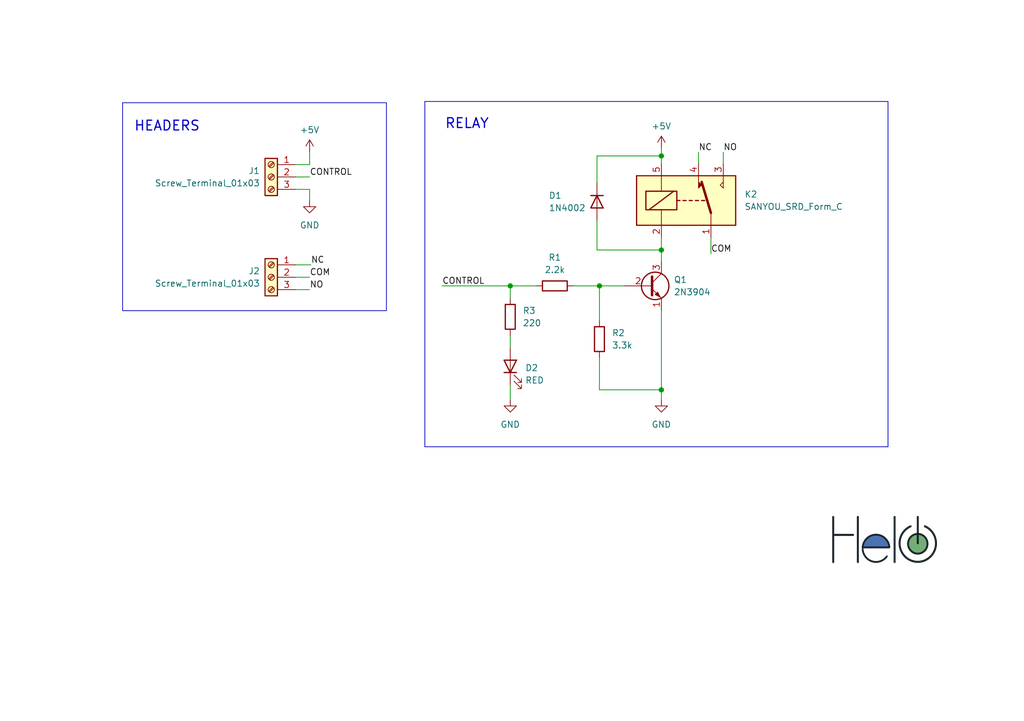
<source format=kicad_sch>
(kicad_sch (version 20230121) (generator eeschema)

  (uuid f6adfef9-5884-4a9c-a557-492c291920b5)

  (paper "A5")

  (title_block
    (title "Control Relay")
    (date "2025-11-29")
    (rev "V1.0.0")
    (company "Helo")
    (comment 1 "Autor: Juan José Londoño - M.Sc. | Ingeniero Biomédico")
  )

  (lib_symbols
    (symbol "Connector:Screw_Terminal_01x03" (pin_names (offset 1.016) hide) (in_bom yes) (on_board yes)
      (property "Reference" "J" (at 0 5.08 0)
        (effects (font (size 1.27 1.27)))
      )
      (property "Value" "Screw_Terminal_01x03" (at 0 -5.08 0)
        (effects (font (size 1.27 1.27)))
      )
      (property "Footprint" "" (at 0 0 0)
        (effects (font (size 1.27 1.27)) hide)
      )
      (property "Datasheet" "~" (at 0 0 0)
        (effects (font (size 1.27 1.27)) hide)
      )
      (property "ki_keywords" "screw terminal" (at 0 0 0)
        (effects (font (size 1.27 1.27)) hide)
      )
      (property "ki_description" "Generic screw terminal, single row, 01x03, script generated (kicad-library-utils/schlib/autogen/connector/)" (at 0 0 0)
        (effects (font (size 1.27 1.27)) hide)
      )
      (property "ki_fp_filters" "TerminalBlock*:*" (at 0 0 0)
        (effects (font (size 1.27 1.27)) hide)
      )
      (symbol "Screw_Terminal_01x03_1_1"
        (rectangle (start -1.27 3.81) (end 1.27 -3.81)
          (stroke (width 0.254) (type default))
          (fill (type background))
        )
        (circle (center 0 -2.54) (radius 0.635)
          (stroke (width 0.1524) (type default))
          (fill (type none))
        )
        (polyline
          (pts
            (xy -0.5334 -2.2098)
            (xy 0.3302 -3.048)
          )
          (stroke (width 0.1524) (type default))
          (fill (type none))
        )
        (polyline
          (pts
            (xy -0.5334 0.3302)
            (xy 0.3302 -0.508)
          )
          (stroke (width 0.1524) (type default))
          (fill (type none))
        )
        (polyline
          (pts
            (xy -0.5334 2.8702)
            (xy 0.3302 2.032)
          )
          (stroke (width 0.1524) (type default))
          (fill (type none))
        )
        (polyline
          (pts
            (xy -0.3556 -2.032)
            (xy 0.508 -2.8702)
          )
          (stroke (width 0.1524) (type default))
          (fill (type none))
        )
        (polyline
          (pts
            (xy -0.3556 0.508)
            (xy 0.508 -0.3302)
          )
          (stroke (width 0.1524) (type default))
          (fill (type none))
        )
        (polyline
          (pts
            (xy -0.3556 3.048)
            (xy 0.508 2.2098)
          )
          (stroke (width 0.1524) (type default))
          (fill (type none))
        )
        (circle (center 0 0) (radius 0.635)
          (stroke (width 0.1524) (type default))
          (fill (type none))
        )
        (circle (center 0 2.54) (radius 0.635)
          (stroke (width 0.1524) (type default))
          (fill (type none))
        )
        (pin passive line (at -5.08 2.54 0) (length 3.81)
          (name "Pin_1" (effects (font (size 1.27 1.27))))
          (number "1" (effects (font (size 1.27 1.27))))
        )
        (pin passive line (at -5.08 0 0) (length 3.81)
          (name "Pin_2" (effects (font (size 1.27 1.27))))
          (number "2" (effects (font (size 1.27 1.27))))
        )
        (pin passive line (at -5.08 -2.54 0) (length 3.81)
          (name "Pin_3" (effects (font (size 1.27 1.27))))
          (number "3" (effects (font (size 1.27 1.27))))
        )
      )
    )
    (symbol "Device:LED" (pin_numbers hide) (pin_names (offset 1.016) hide) (in_bom yes) (on_board yes)
      (property "Reference" "D" (at 0 2.54 0)
        (effects (font (size 1.27 1.27)))
      )
      (property "Value" "LED" (at 0 -2.54 0)
        (effects (font (size 1.27 1.27)))
      )
      (property "Footprint" "" (at 0 0 0)
        (effects (font (size 1.27 1.27)) hide)
      )
      (property "Datasheet" "~" (at 0 0 0)
        (effects (font (size 1.27 1.27)) hide)
      )
      (property "ki_keywords" "LED diode" (at 0 0 0)
        (effects (font (size 1.27 1.27)) hide)
      )
      (property "ki_description" "Light emitting diode" (at 0 0 0)
        (effects (font (size 1.27 1.27)) hide)
      )
      (property "ki_fp_filters" "LED* LED_SMD:* LED_THT:*" (at 0 0 0)
        (effects (font (size 1.27 1.27)) hide)
      )
      (symbol "LED_0_1"
        (polyline
          (pts
            (xy -1.27 -1.27)
            (xy -1.27 1.27)
          )
          (stroke (width 0.254) (type default))
          (fill (type none))
        )
        (polyline
          (pts
            (xy -1.27 0)
            (xy 1.27 0)
          )
          (stroke (width 0) (type default))
          (fill (type none))
        )
        (polyline
          (pts
            (xy 1.27 -1.27)
            (xy 1.27 1.27)
            (xy -1.27 0)
            (xy 1.27 -1.27)
          )
          (stroke (width 0.254) (type default))
          (fill (type none))
        )
        (polyline
          (pts
            (xy -3.048 -0.762)
            (xy -4.572 -2.286)
            (xy -3.81 -2.286)
            (xy -4.572 -2.286)
            (xy -4.572 -1.524)
          )
          (stroke (width 0) (type default))
          (fill (type none))
        )
        (polyline
          (pts
            (xy -1.778 -0.762)
            (xy -3.302 -2.286)
            (xy -2.54 -2.286)
            (xy -3.302 -2.286)
            (xy -3.302 -1.524)
          )
          (stroke (width 0) (type default))
          (fill (type none))
        )
      )
      (symbol "LED_1_1"
        (pin passive line (at -3.81 0 0) (length 2.54)
          (name "K" (effects (font (size 1.27 1.27))))
          (number "1" (effects (font (size 1.27 1.27))))
        )
        (pin passive line (at 3.81 0 180) (length 2.54)
          (name "A" (effects (font (size 1.27 1.27))))
          (number "2" (effects (font (size 1.27 1.27))))
        )
      )
    )
    (symbol "Device:R" (pin_numbers hide) (pin_names (offset 0)) (in_bom yes) (on_board yes)
      (property "Reference" "R" (at 2.032 0 90)
        (effects (font (size 1.27 1.27)))
      )
      (property "Value" "R" (at 0 0 90)
        (effects (font (size 1.27 1.27)))
      )
      (property "Footprint" "" (at -1.778 0 90)
        (effects (font (size 1.27 1.27)) hide)
      )
      (property "Datasheet" "~" (at 0 0 0)
        (effects (font (size 1.27 1.27)) hide)
      )
      (property "ki_keywords" "R res resistor" (at 0 0 0)
        (effects (font (size 1.27 1.27)) hide)
      )
      (property "ki_description" "Resistor" (at 0 0 0)
        (effects (font (size 1.27 1.27)) hide)
      )
      (property "ki_fp_filters" "R_*" (at 0 0 0)
        (effects (font (size 1.27 1.27)) hide)
      )
      (symbol "R_0_1"
        (rectangle (start -1.016 -2.54) (end 1.016 2.54)
          (stroke (width 0.254) (type default))
          (fill (type none))
        )
      )
      (symbol "R_1_1"
        (pin passive line (at 0 3.81 270) (length 1.27)
          (name "~" (effects (font (size 1.27 1.27))))
          (number "1" (effects (font (size 1.27 1.27))))
        )
        (pin passive line (at 0 -3.81 90) (length 1.27)
          (name "~" (effects (font (size 1.27 1.27))))
          (number "2" (effects (font (size 1.27 1.27))))
        )
      )
    )
    (symbol "Diode:1N4002" (pin_numbers hide) (pin_names hide) (in_bom yes) (on_board yes)
      (property "Reference" "D" (at 0 2.54 0)
        (effects (font (size 1.27 1.27)))
      )
      (property "Value" "1N4002" (at 0 -2.54 0)
        (effects (font (size 1.27 1.27)))
      )
      (property "Footprint" "Diode_THT:D_DO-41_SOD81_P10.16mm_Horizontal" (at 0 -4.445 0)
        (effects (font (size 1.27 1.27)) hide)
      )
      (property "Datasheet" "http://www.vishay.com/docs/88503/1n4001.pdf" (at 0 0 0)
        (effects (font (size 1.27 1.27)) hide)
      )
      (property "Sim.Device" "D" (at 0 0 0)
        (effects (font (size 1.27 1.27)) hide)
      )
      (property "Sim.Pins" "1=K 2=A" (at 0 0 0)
        (effects (font (size 1.27 1.27)) hide)
      )
      (property "ki_keywords" "diode" (at 0 0 0)
        (effects (font (size 1.27 1.27)) hide)
      )
      (property "ki_description" "100V 1A General Purpose Rectifier Diode, DO-41" (at 0 0 0)
        (effects (font (size 1.27 1.27)) hide)
      )
      (property "ki_fp_filters" "D*DO?41*" (at 0 0 0)
        (effects (font (size 1.27 1.27)) hide)
      )
      (symbol "1N4002_0_1"
        (polyline
          (pts
            (xy -1.27 1.27)
            (xy -1.27 -1.27)
          )
          (stroke (width 0.254) (type default))
          (fill (type none))
        )
        (polyline
          (pts
            (xy 1.27 0)
            (xy -1.27 0)
          )
          (stroke (width 0) (type default))
          (fill (type none))
        )
        (polyline
          (pts
            (xy 1.27 1.27)
            (xy 1.27 -1.27)
            (xy -1.27 0)
            (xy 1.27 1.27)
          )
          (stroke (width 0.254) (type default))
          (fill (type none))
        )
      )
      (symbol "1N4002_1_1"
        (pin passive line (at -3.81 0 0) (length 2.54)
          (name "K" (effects (font (size 1.27 1.27))))
          (number "1" (effects (font (size 1.27 1.27))))
        )
        (pin passive line (at 3.81 0 180) (length 2.54)
          (name "A" (effects (font (size 1.27 1.27))))
          (number "2" (effects (font (size 1.27 1.27))))
        )
      )
    )
    (symbol "Relay:SANYOU_SRD_Form_C" (in_bom yes) (on_board yes)
      (property "Reference" "K" (at 11.43 3.81 0)
        (effects (font (size 1.27 1.27)) (justify left))
      )
      (property "Value" "SANYOU_SRD_Form_C" (at 11.43 1.27 0)
        (effects (font (size 1.27 1.27)) (justify left))
      )
      (property "Footprint" "Relay_THT:Relay_SPDT_SANYOU_SRD_Series_Form_C" (at 11.43 -1.27 0)
        (effects (font (size 1.27 1.27)) (justify left) hide)
      )
      (property "Datasheet" "http://www.sanyourelay.ca/public/products/pdf/SRD.pdf" (at 0 0 0)
        (effects (font (size 1.27 1.27)) hide)
      )
      (property "ki_keywords" "Single Pole Relay SPDT" (at 0 0 0)
        (effects (font (size 1.27 1.27)) hide)
      )
      (property "ki_description" "Sanyo SRD relay, Single Pole Miniature Power Relay," (at 0 0 0)
        (effects (font (size 1.27 1.27)) hide)
      )
      (property "ki_fp_filters" "Relay*SPDT*SANYOU*SRD*Series*Form*C*" (at 0 0 0)
        (effects (font (size 1.27 1.27)) hide)
      )
      (symbol "SANYOU_SRD_Form_C_0_0"
        (polyline
          (pts
            (xy 7.62 5.08)
            (xy 7.62 2.54)
            (xy 6.985 3.175)
            (xy 7.62 3.81)
          )
          (stroke (width 0) (type default))
          (fill (type none))
        )
      )
      (symbol "SANYOU_SRD_Form_C_0_1"
        (rectangle (start -10.16 5.08) (end 10.16 -5.08)
          (stroke (width 0.254) (type default))
          (fill (type background))
        )
        (rectangle (start -8.255 1.905) (end -1.905 -1.905)
          (stroke (width 0.254) (type default))
          (fill (type none))
        )
        (polyline
          (pts
            (xy -7.62 -1.905)
            (xy -2.54 1.905)
          )
          (stroke (width 0.254) (type default))
          (fill (type none))
        )
        (polyline
          (pts
            (xy -5.08 -5.08)
            (xy -5.08 -1.905)
          )
          (stroke (width 0) (type default))
          (fill (type none))
        )
        (polyline
          (pts
            (xy -5.08 5.08)
            (xy -5.08 1.905)
          )
          (stroke (width 0) (type default))
          (fill (type none))
        )
        (polyline
          (pts
            (xy -1.905 0)
            (xy -1.27 0)
          )
          (stroke (width 0.254) (type default))
          (fill (type none))
        )
        (polyline
          (pts
            (xy -0.635 0)
            (xy 0 0)
          )
          (stroke (width 0.254) (type default))
          (fill (type none))
        )
        (polyline
          (pts
            (xy 0.635 0)
            (xy 1.27 0)
          )
          (stroke (width 0.254) (type default))
          (fill (type none))
        )
        (polyline
          (pts
            (xy 1.905 0)
            (xy 2.54 0)
          )
          (stroke (width 0.254) (type default))
          (fill (type none))
        )
        (polyline
          (pts
            (xy 3.175 0)
            (xy 3.81 0)
          )
          (stroke (width 0.254) (type default))
          (fill (type none))
        )
        (polyline
          (pts
            (xy 5.08 -2.54)
            (xy 3.175 3.81)
          )
          (stroke (width 0.508) (type default))
          (fill (type none))
        )
        (polyline
          (pts
            (xy 5.08 -2.54)
            (xy 5.08 -5.08)
          )
          (stroke (width 0) (type default))
          (fill (type none))
        )
      )
      (symbol "SANYOU_SRD_Form_C_1_1"
        (polyline
          (pts
            (xy 2.54 3.81)
            (xy 3.175 3.175)
            (xy 2.54 2.54)
            (xy 2.54 5.08)
          )
          (stroke (width 0) (type default))
          (fill (type outline))
        )
        (pin passive line (at 5.08 -7.62 90) (length 2.54)
          (name "~" (effects (font (size 1.27 1.27))))
          (number "1" (effects (font (size 1.27 1.27))))
        )
        (pin passive line (at -5.08 -7.62 90) (length 2.54)
          (name "~" (effects (font (size 1.27 1.27))))
          (number "2" (effects (font (size 1.27 1.27))))
        )
        (pin passive line (at 7.62 7.62 270) (length 2.54)
          (name "~" (effects (font (size 1.27 1.27))))
          (number "3" (effects (font (size 1.27 1.27))))
        )
        (pin passive line (at 2.54 7.62 270) (length 2.54)
          (name "~" (effects (font (size 1.27 1.27))))
          (number "4" (effects (font (size 1.27 1.27))))
        )
        (pin passive line (at -5.08 7.62 270) (length 2.54)
          (name "~" (effects (font (size 1.27 1.27))))
          (number "5" (effects (font (size 1.27 1.27))))
        )
      )
    )
    (symbol "Transistor_BJT:2N3904" (pin_names (offset 0) hide) (in_bom yes) (on_board yes)
      (property "Reference" "Q" (at 5.08 1.905 0)
        (effects (font (size 1.27 1.27)) (justify left))
      )
      (property "Value" "2N3904" (at 5.08 0 0)
        (effects (font (size 1.27 1.27)) (justify left))
      )
      (property "Footprint" "Package_TO_SOT_THT:TO-92_Inline" (at 5.08 -1.905 0)
        (effects (font (size 1.27 1.27) italic) (justify left) hide)
      )
      (property "Datasheet" "https://www.onsemi.com/pub/Collateral/2N3903-D.PDF" (at 0 0 0)
        (effects (font (size 1.27 1.27)) (justify left) hide)
      )
      (property "ki_keywords" "NPN Transistor" (at 0 0 0)
        (effects (font (size 1.27 1.27)) hide)
      )
      (property "ki_description" "0.2A Ic, 40V Vce, Small Signal NPN Transistor, TO-92" (at 0 0 0)
        (effects (font (size 1.27 1.27)) hide)
      )
      (property "ki_fp_filters" "TO?92*" (at 0 0 0)
        (effects (font (size 1.27 1.27)) hide)
      )
      (symbol "2N3904_0_1"
        (polyline
          (pts
            (xy 0.635 0.635)
            (xy 2.54 2.54)
          )
          (stroke (width 0) (type default))
          (fill (type none))
        )
        (polyline
          (pts
            (xy 0.635 -0.635)
            (xy 2.54 -2.54)
            (xy 2.54 -2.54)
          )
          (stroke (width 0) (type default))
          (fill (type none))
        )
        (polyline
          (pts
            (xy 0.635 1.905)
            (xy 0.635 -1.905)
            (xy 0.635 -1.905)
          )
          (stroke (width 0.508) (type default))
          (fill (type none))
        )
        (polyline
          (pts
            (xy 1.27 -1.778)
            (xy 1.778 -1.27)
            (xy 2.286 -2.286)
            (xy 1.27 -1.778)
            (xy 1.27 -1.778)
          )
          (stroke (width 0) (type default))
          (fill (type outline))
        )
        (circle (center 1.27 0) (radius 2.8194)
          (stroke (width 0.254) (type default))
          (fill (type none))
        )
      )
      (symbol "2N3904_1_1"
        (pin passive line (at 2.54 -5.08 90) (length 2.54)
          (name "E" (effects (font (size 1.27 1.27))))
          (number "1" (effects (font (size 1.27 1.27))))
        )
        (pin passive line (at -5.08 0 0) (length 5.715)
          (name "B" (effects (font (size 1.27 1.27))))
          (number "2" (effects (font (size 1.27 1.27))))
        )
        (pin passive line (at 2.54 5.08 270) (length 2.54)
          (name "C" (effects (font (size 1.27 1.27))))
          (number "3" (effects (font (size 1.27 1.27))))
        )
      )
    )
    (symbol "power:+5V" (power) (pin_names (offset 0)) (in_bom yes) (on_board yes)
      (property "Reference" "#PWR" (at 0 -3.81 0)
        (effects (font (size 1.27 1.27)) hide)
      )
      (property "Value" "+5V" (at 0 3.556 0)
        (effects (font (size 1.27 1.27)))
      )
      (property "Footprint" "" (at 0 0 0)
        (effects (font (size 1.27 1.27)) hide)
      )
      (property "Datasheet" "" (at 0 0 0)
        (effects (font (size 1.27 1.27)) hide)
      )
      (property "ki_keywords" "global power" (at 0 0 0)
        (effects (font (size 1.27 1.27)) hide)
      )
      (property "ki_description" "Power symbol creates a global label with name \"+5V\"" (at 0 0 0)
        (effects (font (size 1.27 1.27)) hide)
      )
      (symbol "+5V_0_1"
        (polyline
          (pts
            (xy -0.762 1.27)
            (xy 0 2.54)
          )
          (stroke (width 0) (type default))
          (fill (type none))
        )
        (polyline
          (pts
            (xy 0 0)
            (xy 0 2.54)
          )
          (stroke (width 0) (type default))
          (fill (type none))
        )
        (polyline
          (pts
            (xy 0 2.54)
            (xy 0.762 1.27)
          )
          (stroke (width 0) (type default))
          (fill (type none))
        )
      )
      (symbol "+5V_1_1"
        (pin power_in line (at 0 0 90) (length 0) hide
          (name "+5V" (effects (font (size 1.27 1.27))))
          (number "1" (effects (font (size 1.27 1.27))))
        )
      )
    )
    (symbol "power:GND" (power) (pin_names (offset 0)) (in_bom yes) (on_board yes)
      (property "Reference" "#PWR" (at 0 -6.35 0)
        (effects (font (size 1.27 1.27)) hide)
      )
      (property "Value" "GND" (at 0 -3.81 0)
        (effects (font (size 1.27 1.27)))
      )
      (property "Footprint" "" (at 0 0 0)
        (effects (font (size 1.27 1.27)) hide)
      )
      (property "Datasheet" "" (at 0 0 0)
        (effects (font (size 1.27 1.27)) hide)
      )
      (property "ki_keywords" "global power" (at 0 0 0)
        (effects (font (size 1.27 1.27)) hide)
      )
      (property "ki_description" "Power symbol creates a global label with name \"GND\" , ground" (at 0 0 0)
        (effects (font (size 1.27 1.27)) hide)
      )
      (symbol "GND_0_1"
        (polyline
          (pts
            (xy 0 0)
            (xy 0 -1.27)
            (xy 1.27 -1.27)
            (xy 0 -2.54)
            (xy -1.27 -1.27)
            (xy 0 -1.27)
          )
          (stroke (width 0) (type default))
          (fill (type none))
        )
      )
      (symbol "GND_1_1"
        (pin power_in line (at 0 0 270) (length 0) hide
          (name "GND" (effects (font (size 1.27 1.27))))
          (number "1" (effects (font (size 1.27 1.27))))
        )
      )
    )
  )

  (junction (at 135.636 32.004) (diameter 0) (color 0 0 0 0)
    (uuid 1d6d105c-bc1f-4be0-8052-cb9bacd2ee7b)
  )
  (junction (at 135.636 51.308) (diameter 0) (color 0 0 0 0)
    (uuid 2fcc3b36-4196-4e4c-9971-70b19eace3bc)
  )
  (junction (at 122.936 58.674) (diameter 0) (color 0 0 0 0)
    (uuid 4e5e8d0c-6c11-483c-bc7f-700a7fc06435)
  )
  (junction (at 104.648 58.674) (diameter 0) (color 0 0 0 0)
    (uuid 9fac4826-862e-4d8b-8171-35540ac748e5)
  )
  (junction (at 135.636 80.01) (diameter 0) (color 0 0 0 0)
    (uuid a702c888-949a-4925-bda2-9d9e348bcacf)
  )

  (wire (pts (xy 122.428 45.212) (xy 122.428 51.308))
    (stroke (width 0) (type default))
    (uuid 02e2285d-71a7-44c9-9553-4d54f6ef0bd0)
  )
  (wire (pts (xy 104.648 68.834) (xy 104.648 71.374))
    (stroke (width 0) (type default))
    (uuid 03aae5e2-57eb-47f1-901b-c511544defdc)
  )
  (wire (pts (xy 60.706 56.896) (xy 63.5 56.896))
    (stroke (width 0) (type default))
    (uuid 03c7dd5b-1b9f-4c22-9714-69a017fc91fe)
  )
  (wire (pts (xy 104.648 78.994) (xy 104.648 82.042))
    (stroke (width 0) (type default))
    (uuid 17c033be-43f3-4014-bf64-9f8ead5438a4)
  )
  (wire (pts (xy 143.256 31.242) (xy 143.256 33.528))
    (stroke (width 0) (type default))
    (uuid 1c54462f-3a55-460b-a1f5-2c5747fab8e3)
  )
  (wire (pts (xy 63.5 33.782) (xy 60.706 33.782))
    (stroke (width 0) (type default))
    (uuid 1dc8eca1-41c6-41d3-8ec7-f5f8956d4926)
  )
  (wire (pts (xy 60.706 59.436) (xy 63.5 59.436))
    (stroke (width 0) (type default))
    (uuid 2363db5f-e108-40e2-8770-3e8fa7ca7119)
  )
  (wire (pts (xy 122.428 51.308) (xy 135.636 51.308))
    (stroke (width 0) (type default))
    (uuid 337db98e-2af6-4261-bea9-47ad8de42e23)
  )
  (wire (pts (xy 60.706 54.356) (xy 63.754 54.356))
    (stroke (width 0) (type default))
    (uuid 371f739b-a92f-4fa3-aaa0-9db5cb031853)
  )
  (wire (pts (xy 135.636 51.308) (xy 135.636 53.594))
    (stroke (width 0) (type default))
    (uuid 41b6ea75-28ea-498f-bf44-42b70ef90365)
  )
  (wire (pts (xy 60.706 36.322) (xy 63.5 36.322))
    (stroke (width 0) (type default))
    (uuid 50f754b7-cd99-4952-86c5-9121f20bb816)
  )
  (wire (pts (xy 122.936 80.01) (xy 135.636 80.01))
    (stroke (width 0) (type default))
    (uuid 6c6a9135-12ba-4b8e-9b97-067c45f0d174)
  )
  (wire (pts (xy 122.428 32.004) (xy 135.636 32.004))
    (stroke (width 0) (type default))
    (uuid 7661d266-d89d-4e16-b112-5d74dbb2706a)
  )
  (wire (pts (xy 135.636 80.01) (xy 135.636 82.042))
    (stroke (width 0) (type default))
    (uuid 79cb54d4-3654-4d24-90f0-60ed6ed2962d)
  )
  (wire (pts (xy 63.5 38.862) (xy 63.5 41.148))
    (stroke (width 0) (type default))
    (uuid 7c99463a-f87d-4543-84e1-c76ac680f72e)
  )
  (wire (pts (xy 122.936 73.406) (xy 122.936 80.01))
    (stroke (width 0) (type default))
    (uuid 7dfca04b-2949-41ac-8f6f-35f72f0eae86)
  )
  (wire (pts (xy 135.636 30.48) (xy 135.636 32.004))
    (stroke (width 0) (type default))
    (uuid 8534d63c-61b3-4a87-b3ca-439fb5a74d35)
  )
  (wire (pts (xy 122.428 37.592) (xy 122.428 32.004))
    (stroke (width 0) (type default))
    (uuid 858c6e24-c404-4958-8dee-d19cb06e8024)
  )
  (wire (pts (xy 60.706 38.862) (xy 63.5 38.862))
    (stroke (width 0) (type default))
    (uuid 87cef36b-a5da-4816-986c-bfa838ff55d2)
  )
  (wire (pts (xy 135.636 48.768) (xy 135.636 51.308))
    (stroke (width 0) (type default))
    (uuid 999241ff-6791-45d8-97c0-6b0f1b787355)
  )
  (wire (pts (xy 135.636 63.754) (xy 135.636 80.01))
    (stroke (width 0) (type default))
    (uuid 99f82fb0-15db-4aa1-947d-39a8c2ffb0f3)
  )
  (wire (pts (xy 117.602 58.674) (xy 122.936 58.674))
    (stroke (width 0) (type default))
    (uuid a5508a35-78f5-47b7-bdcc-99c98f020c0a)
  )
  (wire (pts (xy 63.5 31.242) (xy 63.5 33.782))
    (stroke (width 0) (type default))
    (uuid b623389a-9e6b-45a0-b7b9-99e89d799d57)
  )
  (wire (pts (xy 122.936 58.674) (xy 122.936 65.786))
    (stroke (width 0) (type default))
    (uuid ca481cc2-01b6-464c-9615-665482c34ada)
  )
  (wire (pts (xy 135.636 32.004) (xy 135.636 33.528))
    (stroke (width 0) (type default))
    (uuid cb00269e-86e0-409c-94cb-3be2a8bb7d50)
  )
  (wire (pts (xy 122.936 58.674) (xy 128.016 58.674))
    (stroke (width 0) (type default))
    (uuid cb3b1dc5-9097-40d1-a0f4-54febae51cac)
  )
  (wire (pts (xy 148.336 31.242) (xy 148.336 33.528))
    (stroke (width 0) (type default))
    (uuid d7033e2c-d9c4-41c9-8d1e-bd6001bb0d57)
  )
  (wire (pts (xy 104.648 58.674) (xy 104.648 61.214))
    (stroke (width 0) (type default))
    (uuid e09025ce-bfd8-4c22-bb8d-23f63b76e111)
  )
  (wire (pts (xy 90.678 58.674) (xy 104.648 58.674))
    (stroke (width 0) (type default))
    (uuid e4bf231f-ba5d-40d7-915f-dfe2fa80c7a7)
  )
  (wire (pts (xy 109.982 58.674) (xy 104.648 58.674))
    (stroke (width 0) (type default))
    (uuid ef791364-c527-4165-bca3-80bbce1fb74d)
  )
  (wire (pts (xy 145.796 48.768) (xy 145.796 52.07))
    (stroke (width 0) (type default))
    (uuid fb1c10e5-b465-44e3-93fe-70649c8b9f7c)
  )

  (rectangle (start 25.146 21.082) (end 79.248 63.754)
    (stroke (width 0) (type default))
    (fill (type none))
    (uuid 435a77b5-9f4c-4917-abc4-f0eea2f37aa5)
  )
  (rectangle (start 87.122 20.828) (end 182.118 91.694)
    (stroke (width 0) (type default))
    (fill (type none))
    (uuid bff289b6-dbec-419e-a9f9-2a2bdaa29811)
  )

  (image (at 181.356 112.014) (scale 0.631309)
    (uuid 20b63685-2ded-4f81-ac18-ec905a2e593e)
    (data
      iVBORw0KGgoAAAANSUhEUgAAAZQAAADlCAYAAAB0zAFwAAAABHNCSVQICAgIfAhkiAAAAAlwSFlz
      AAAsJAAALCQBvvpcTgAAIABJREFUeJztnW2MHMeZ3/+2SIpanri7FGcp0tR2UxpJpE7Wjt58PivW
      NhP5pBiJuTKCBM5dssNPBhwYXAWHOECAY9MIkA/5oNWHAHcIAvYmn3JyoKVxMRDbB/Y6kV/kWJqN
      A4uCBlK3zBNtDyXuniyJFhVMPlT1Tk1Pd1V1T7/NzPMDGhxu9cvT1dX9r3rqqapPdLtdBNSMug3A
      Qj9ux2/bIHKjZtQbAGwAM8KftwDYHb/dKsUootLElBmAlRm3cIPGEHovk/OJQFC4mJyN2e8ciUo+
      1Iz6DAAPwHRE8jYAs+O3two1iqg8NaPuATAikrYBNDp+2yvUoDGD3st0fFL4bUn2k6URw9FAdKEF
      /3ujQFuIEaBm1C1EiwnAyoxZmDHjC72XKfikeheCIAiCUEOCQhAEQWQCCQpBEASRCSQoBEEQRCaQ
      oBAEQRCZQIJCEARBZAIJCkEQBJEJJCgEQRBEJpCgEARBEJlAgkIQBEFkAgkKQRAEkQkkKARBEEQm
      kKAQBEEQmUCCQhAEQWQCCQpBEASRCSQoBEEQRCaQoBAEQRCZQIJCEARBZAIJCkEQBJEJJCgEQRBE
      JpCgEARBEJlAgkIQBEFkAgkKQRAEkQkkKARBEEQmkKAQBEEQmUCCQhAEQWQCCQpBEASRCSQoBEEQ
      RCaQoBAEQRCZQIJCEARBZAIJCkEQBJEJJCgEQRBEJuwq2wCCIIik1Ix6A8AMgFbHb2+VbU9W1Iz6
      DIAGgK2O326VbU9SqIVCEMRIUDPqMzWjvlIz6h6AVwBcBODVjHqzVMMyombUbQDXwO7rlZpRH7l7
      I0EhCKLScCGxAXgAngVgCMnTAM7XjLpVuGEZwoXjbOjPBti9eTWjbvPWS6UhQSEIopKEhOQsmHjE
      sVKASXnSlKQZYPdf+RYLCQpBEJWDfzhbUAtJQOVr7xkQtMa8mlFfKtuYKKhTniCIysA721cBLCY8
      dGw65jUwALxQM+obAJodv+2VbM8O1EIhCKJ0uHtrFayzPamYAEyERhknxTGLAN7kbsFKQIJCEESp
      8A71FoAzKU/xXMdvu5kZVAIdv+0AWEt5+NmaUW/x1l2pkKAQBFEavFVyEf2RW7psADjZ8duj3iEP
      AOj47SaA02D3lZQFsFBjO0OTEkOCQhBE4dSMeqNm1NO2StbAhMQa9ZZJmI7fdjp+2wJwEumE5WzN
      qLs1o25mapgmJCgEQRQKj+BywWrVSQhaJM1xE5IwHb/tDiEsiwBaZYzNIUEhCKIwuIvrPPRCgQN8
      jGmLRIUgLE+D5YMu0wAu1ox6oe5AEhSCIHKHR3GtI5mLaxvAuY7fNidNSMJ0/PY62Bxf5xIe+mzN
      qDvZWxQNCQpBELnCpwxxAZxKcNgGgEbHb9t52DSKdPz2Fs+PBwFsJjh0mUeB5T74kwSFIIjc4KGs
      Lej3l2wDeIa7t7zcDBthOn671fHbSVsrCwDcvEWFBIUgiFzgYuJCPyR4E4DV8dujPkixEITWim7f
      Su6iQoJCEETmCGKi2/m+1vHbjVFcA6RMeH41AFzQPGQBLAIsl0GQJCgEQWRKCjE5zQf1ESngfStL
      AJ7RPMQA4OTRUiFBIQgiMxKKyTaAB/m0I8SQcFfh02D5qiIX9xcJCkEQmcA/Tg70xCToLyEXV4bw
      8GILJYkKCQpBEEMjhAbrRHORmOQIz1cLeqHFCwDWs7o2CQpBEFmwimRiMknrlxROQlFZzGrwIwkK
      QRBDwWe4XdbYlcSkQHg+W9ATleUslhcmQSEIIjV8KdqzGruSmJSAICo6Y1XODxtOTIJCEEQq+BTp
      jsauJCYlwvN9CXod9evDdNKToBAEkZZ1qCO6tsHWPScxKRGhT0UlKgbSLUcMgASFIIgU8H4TnU54
      iuaqCPw56ExnfyrttPckKARBJIIv3KTTb3KaxKRa8EGkOpNK2mlWfSRBIQgiKY7GPms0Ar6a8Ekl
      VXN/TSOF64sEhSAIbbirSzV78CbNzVV5mlBHfi0mdX3tSm0OQRATBXeBqFxd22Afq5GDu/JMvn1W
      sfu/5vt7ALxRW1Gy47e3eMj3K4pd7ZpRd3SDKkhQCILQxdHYxx6FfhMeGmsJm+4CYAFP8i04H8DC
      o10ALp9Tq9J0/HarZtTPQV5JmAabBaGpc05yeREEoYTXZhcVu21UfXGsmlFv8rXtrwF4AWyN+6Ri
      EscCP98LNaPerRn1dZ5vlYX3p6hG0i/z1pgS7RYKV/RcFmUZJ0at6VsVuDtF3AKs0K4e3wJcgPK9
      AFRCUVlXFy9bK2D26a7RkgWnwEJwt8Hyb7Wi43Ga0HB9YfBdHEBXUH4P7CUu8mGMJDWjTqOCFfDp
      HSywCooJdc1XJLzvWX5OgHUyemAi0wJzPdBzGBI+x5OqI96u2hrwXEhs6M0zlifTYOX0bM2or6Fi
      eaXp+lqsGfUllStPV1COgsRElwUwxa90079IeOt2CUxElpBfWTL4tiM6XODXAayPgm+/avBnpyrL
      m1VydXGbbTD3U9VYBrBUM+pVa7EE/SSyisMqFFPd6/ah3Ky5H8HIfGnNUSTkrz4P9jIVXTFZAKt5
      vVIz6l7NqK/mtZ72mLIC9TNLNao6D3ifhYdqiklA0GJp6fZN5A0XNluxm6GakZg65YlMqRl1s2bU
      nZpR3wITkVNl2yRggH1oXqkZ9VYW03VPAE1F+kYV+q9qRn2GV15ewBCVln2zUzhkHsSxhtzDd6xh
      4JB5EPtmp9JeCmDl8SKv5JReCeUDUTcUu9myRAobJjKB17RWUC0BkbEANl23DRYOWyX3QyXQ7Dtp
      5m+JHN7iXIfa1gH2zU7h6L1HcPvdh/CpEwex5xb2SXz7tXfwZit+3N/dnz2GI/feBgD46MOP8Tev
      XsWvXv81Lr/2Nt6/9kFSM84AsGpGvVkBt6wN4KIk3agZdSuuEqErKL9LaNSkMzEfJi4kNpJ1rFcJ
      A8z9sFJBv3bZ2Ir0tbI7l7nonU9yzO69u3Fnw8Ddj92Jg0dvHdqGPbfswrGHbsexh24HsICrl9/D
      L/76En556QpuXL+he5pgffdmmWNYOn7brRn1DcjfZxsxEV+6gnIZwF5Qx7wOmxhi+udRIesIml27
      b8bU7Bz23jKLm6dmAQC3zNyBm/bsG9j3wy0f/++jDwEA2++8gY9v/A4fXPvNsCYEfu1mzajbkz4P
      Fa8oKCO78rckHl4B0O4r2Tc7hU//vftx50OHd1oieXDw6K14fPlRfPThx/j5917HpR+9riss02Bj
      WE6XXP5syFspizWjbkZVJnRz9bdg4Z1L6B8jQPTjgUUTjXUNl8/vY2OICsb+uTswfduduGXmDuyf
      O4Gb9uj7ovfPHd/5fUT4+wfX3sJ7nVfxwdbb+NurHq6//7dpTDPAXGFNACsVcEGUhaqj/UKZrRO+
      BrpWZWb33t349N+9Dw98oZ6vUSH23LILD3/pBD79hbuTCst5/sG2czYxkgStlGb4j9oyzT+STkLb
      iDGC+6odpBhZvGv3zThw5F7MHHkgsYDoMjU7j6nZ+Z3/BwLzm7deTtOCWQTrvD9X1otdFryDWNUX
      VlqYcBIxubMxj8/+4wdzbZGoCITlnseO4SffehmXL13ROexszajPdPx2WRF0DuSCEjkDAHXKE1qk
      bZXsn7sDtflHMfuph3MRERmBwBy650l8cO0tXPVeRMffxMc3EnUJnuWhqEtl9xcUSFORvllWZJeu
      mOzeuxsnm4/tdJxXgVtv24snvvo5vPnyr/DD51/Saa2cqRn1Vhnur47fdhQzS0/z/h5H/CMJCiGF
      11YdJIzemjMewJHf/4e4ed/BXOxKytTsPOZn5zH/4Fdw9c3/ib959ftJXGILYGMGSu0wLZCmIr2U
      1gl3QyrF5MDhaTz1davUVomMYw/djoPGH+Hif/pfePeKcpn38zWjjpL6VBzIR88vIeS1onEoRCzc
      xeUigZjMGQ+g8cV/g2OfOV0ZMQlz8NjnsfDFc7jrkS9j7779uocFHaaVGRGeBzzYQubS3IZitHQe
      8CABZTTXnY15fOlfPVFZMQm49ba9eOrrFo4eP6yze1mDcR1F+qnw+BkSFCIS/gK70Owv2T93R+WF
      JEwgLObCU9i1W3syiDN84GbpA9FyoqlILzzohOe1UsTubMzj8eVHC7AoG/bcsgtPfPVzuLMxr9p1
      GsB60WWOu3hVKzv29aWQoBADcNfCRWj0l+zdtx/3/OGf4MTivxwZIQlz6J4n0fjin+Fw/TO6hyyD
      jRkYR1FRTbfuFGFEiHUoyuKoiYnI48uP6oiKgfLyXgYJChFPkoFih+ufwf1PfAOzRx/O16gCuGnP
      FOYf/ApOLH5V1w0WDEQbG1HRcHf5RXfG82AQ6aDZURaTAE1ROVXC+ioqQelze5GgEDvoismu3Tfj
      nj/8E8w/+JXCI7fyZv/ccdz/xDdw4MjdOruPm6hYivRC+06EwbOxHD1+eOTFJODx5Udx4LDSKVCo
      u5W7N1VuLyv4QYJCANAXk6nZOdz/hT8di1ZJHDftmcLdj30N5sJTOruPk6ioar9uEUYIrELi6jpw
      eBqP/3NtN+VI8NTXLezeu1u2yzSKn6FAVZGwgh8kKIS2mMwZD+C+x8+MbF9JUg7d8yROLH5Vp8N+
      XETFkqRtFxkyzYNCpNGFn/unf1D5aK6k7LllF042H1Ptdoa33oqCBIXQg4cjKkNh54wHcOwzp8fO
      xaVi/9xxnFj8mk6/ygJGeCYJXg5k/ha3IFMCbFnip0/el8nEjlXkyL234d7PKqeJsQswBcCO20u2
      7vxCUJkiQZlgeC3HhSKC5q5HvoxjnzldhEmVZGp2Hvc/8Q1Mzc6pdj01wuNUVOMc3CKMAHZaJ7Ed
      8QcOT+PhL50oypxSePhLv69aa2W54FaKq0i3ABKUSUcZjnnXI1/GwWOfL8ic6nLTninc9/gZHVE5
      U0IkThZYinS3ABsCbFniI6ceLMiM8thzyy488g+U92kXYEqAq0hvACQoEwuvSUsHLZoLT5GYCCQQ
      Fafg2mMWSFsoRc26zPMttnVy9PjhSs3PlSfHHrodh0xpf+Vygf12riLdAkhQJhJeg5auIzFnPIBD
      9zxZkEWjw017pnDXw3+s6qifRgnTkwyJrHKhWhY2S6Sz6/7BP3qoKDsqwcJT96t2aRZgRtCPEr+E
      JV/WhARlwhAme4zlwJG7J7rPRMXU7DxOLH5NtdsCn6218mjME1XkmjDNuISjxw/j1tv2FmhK+Ry5
      9zbV2JQip7eXlQOjZtRnSFAmDweSfpOp2Tnc+WizMGNGlanZedz1yJdVu50taVK/pJiK9KLcXUuQ
      lM37rHuLMKNy3POY9L6NAsuYqhw0SFAmCFVs/67dN+Ouh/944kKD03Lw2OcxZzyg2s0pwJRhUX2Q
      vCKMgGRg5b7ZqYnpOwlz/LE7VIMdiwoCUQmKSYIyWTiyxKP3nexb8ZBQM9/4J6pO+gU+cLTKqDp2
      i3J5WXEJR+89Epc0Edwhn+a+KEHxFOkkKJOCYvU1HDhyN3XCpyDopFewWvFR9KoIr9ynq+fRXbHl
      8+7H7szbhEpzx6fvkCUvFFG+NCL9SFAmAV7YYjvvdu2+mfpNhmBqdh53nJBOiDuNYjtPs6SoCC8r
      LmHf7NTYjorX5dhDt6t2qUJfHQnKhLACSWfn0ftOUr/JkBy6549U07OsVLiVIlXDgoj9IB4yJmPu
      OBWKMSlWQWZIKxgkKGOOqnUyNTtHrq4MuGnPFOYf+JJsl1FtpRS1OmOsoMwcmS3IhGozd0zaV1eF
      FgpFeU0A0taJ8cDTBZoy3swefRj756S+7iq3UuIoqkM+9oN4cJ4EBQAOHJXmg1mQGTKmSVDGn9ha
      8f65O7B/7niRtow9nzrxRVnyNAoa2TyCxFZ6JjVcOMxBQ1oXkU6jlCGuLJEEZYzh4aqxL6ri40ek
      YP/ccWUrpShbdKjCwEuZDYrxFxPFKMwSQIIy3jTjEqh1kh8KoTYqNhtxFVxwsTYcuF25JO5EIRPY
      KlQOSFDGFNWsrbffVYXAnvFk/9xx1WDHKgkKMUIoBLb0ygEJyvjSjEvYu2//WK8JXwUO3/V3ZMlF
      TjtOEIVBgjK+NOMSavPjv0BR2Rw89nnVFPfUSqkwtx7cF5u2e+9uHJwnV1wUJChjiGoai9uOSWvP
      REYcOCKdJbYqglLUOJOR4tbb9mLxnz02sAzvvtkpPPkvTmLPLbtKsqzaUK6MJ7Efq6nZOdy8j0Ye
      F8HMkQfwG///xCVbBZoSS8dvt2pGvWwzKsmxh27HsYf+ftlmjBTUQhlPrLiEufnJWvGuTGaPPixz
      e03z5QQIQpsbv7tRtgmWLJEEZTyJXfNk5lPUGV8kCreXVZAZw2CWefHfbn9Q5uUrx7tXtmXJRa6s
      GcU2CcqYIav17t23n9xdBXNrTepOsgoyQ4XsK2UWcP3YD+H710hQAj768GNpehHLDChokaCMH7GD
      m/YfNAs0gwCAW+dOyJJLH4jGKbVmq/oQXr38XlGmVJqrb0lbJ35BZkjLLAnK+BH7wBW1ZSIHbt53
      UDat/TSPyKsyRY2A3YxLeO837xdkQrW5+tY1WbJXkBmyeGmPBGX8MOMSpmZiI4mJHJmaPiRLNgsy
      Q4a0hVLQIMxYG371+q8LuHz12XpbKihu3tfXmNqFBGUMia1R0nrx5bBvWroeulWQGTJUvvciXHOx
      gtLxOwVcvvr82r8qS/YKMEFVsSBBGSdkNUnF3FJEjtwyI5192CzIDBmuIt0swIZYQXn3yrayQ3rc
      uXr5PVWAgluAGZYi3aOBjeNFbE3yg2u/wU+ef6ZIWwg9zLINgLp2m3sLpeO33ZpR30aMj/6Nl6/g
      +GNSYR5r3n5V6vbzO37bK8AMU5FOUV4EUTKlTxKp8TEqKhrNjUt483+/UZAJ1eS1H70uS3YLMkNW
      DrY7fnuLBGW8aJZtAJEYs2wDOBuStKIivdbjEn7tXcV771wvyIxqoeHuis23rODudNmqkC2AwoYJ
      omzKHt0coIr0KqKVIv0w/t/vv1aACdXjF399SZa83fHbuQsK1K1UFyBBIYiycco2gKMSNitvA/gA
      xwtx6W+0/InrnH/vnet4o/WWbJcixARQP39qoYwh0pJHVI63O37bKdsIjqtItwqwAZAI7I3rN/Dz
      70n7EsaOV/7q56pdVouwA+rlFlyABGWs6PjtP4NkxDFRKa4C+FzZRgTwjnnZ9B1WQXasy+y49KPX
      J6aVotE62ez47dxdphr9J5vB9DkUNjx+NAH8RwCP8P//EMC/A/Dbsgwidvg9AHUA7Y7f/quyjYnA
      BbAckzZdM+pWx2+7BdixCuDZqIQb12/gx3/5Ch5ffrQAM8rlJ996WbVLpVonAAnKWMFrEuvoX63x
      cwD+tOO3rVKMIkYJF/GCArAPi1uAHQ4AG3FjUlpvof7ZO3Hk3tsKMKUc3nz5V7h86YpsF79Ad6ml
      SHeDH+TyGi+WEL3072JBUTrEaKPq4C1k2WLuPpHWvl/8ry+Nrevrow8/xg+ff0m1m12AKQHaLRQS
      lPHCTJlGEMooKwBGURWTjt+2IelLef/aB/jxX75ShCmF84P//BJuXJeuzLhRVOukZtSXIJ9h+IK4
      /AAJyuRALRRCB1eRvlKEETrXeqP1Fi69+MuibCmEn337VZWrCyi2ddJUpLvif0hQxouqDJIjRpdK
      uL2AnYgvWYsJP/7WS3j7tXcKsihfLr34S/z84i9Uuz1XUGBE0Ccbu5w4p6+8kKCMF7JpyKmFQijh
      4cOyj/h0zag3i7EGAKshS5cqvOi8OPKrOr792jv48beU/SY+qtU6uRCeB44EZbzwJGmlT0JIjAyq
      VkqzCCOAnX4d6fVuXL+B//EfLo6sqLz92ju46Lyos+tSwevGq9ybA+WEBGWMUMwaW9QEf8SIwzt8
      Za2CxZpRt4qxZsf19Zxsn0BURs39denFX+K7f+6qOuEB4JkiBjEG8FaobInXbZCgTASxI+VHYP1y
      ojpUppUCAB2/vQL5jMi4cf0Gvvvn7sh01P/s26/quLkAYK3jt4saxBjQVKSvR7WWSFDGD0+SRv0o
      hC62In25hArKEjSmFvrxt17CD9Z+WtlxKh99+DG+/xc/1OmAB9i0Js2cTeqDtz5VHo1IgSNBGT9k
      zWKrKCOI0Ya7T6UtAhTbQRz0p1jQEJU3Wm/hwr//XuVcYG++/Cs8/83v6IQGA+w+rXwtisRWpG/E
      ud9IUMYPV5JmFWQDMR7YivTCWylJROX9ax/gu3/uVqK18t471/H9v/ghNv7Lizr9JQAXk4I74Ydq
      nQAkKGOHIkZ9gceWE4QSXpZUrZSiffuJRAVgrZXnv/kd/OzbrxYuLO+9cx0/WPsp/tu//e+6rRKg
      JDHh2Ip0X7agFwnKeCJ70QobmEaMBbYi/VSREV8BgqioBA8AX0vl4i/w/De/gx+s/TT3EOOrl9/b
      ERLFFPRh1lCSmPDILlXrxJYl0mzD48k64tcvWEJ1VgkkKk7Hb7s1o74B+YdmFSUEfASiUjPqqwDO
      6Bxz4/oNvNF6C2+03sKBw9MwHzRx5MQhHDx669D2XL38Hl5/8Q1cfu1t1RrwcZzjc5gVDvdcqK6t
      nOGYBGU8WQdwNibtVM2oz5TUnCZGExvARUn6Qs2or5QQ2gqAhRTXjLoLVlGSTWTYx7tXtvHulU28
      /B1g997dOGQexOzhWRy+dw4ApNPjv/3aO/jd+zfw7uVruHblGn7tXdXtG4liG2zQopv2BBmwAvm4
      E0AjCIMEZQzp+O1Wzaj7iC8g1EohtNFspdg1o+6UVVHp+O11PhOygxSDeG9cv4HLl67g8qUruuG8
      WXEBQLPMCh7Pt7gKaMCmzgzH1IcyvsgGphU5YywxHqjKzDRKrqR0/LbHF5J7GvLljKuAD+Bkx28X
      PZ1KFI7GPlrfDBKU8cWRpC3QgltEEvi4A+n0J2Du1GYB5kjhUUgNAOegmFiyBLbBplExS3ZxAQBq
      Rt2GfL14gE0C6eqcjwRlTOEfAFktjVopRFJsqD/Qq1WY4qfjt7d4B7cJJixlt1h8AKcBmGX1NYXR
      dHVtI8G3ggRlvJEV3DKmziBGGJ2Zf8FcX6p5wAojEJaO3zbBPujS9VVy4AKAp3mLpLQ+pjA8qkvn
      Oa0qJp3tgwRlvHEU6XYBNhBjhM6iV2Au1UrUwkX4B30JwCx64pK1S2ybn/c0gFneR1IZgRVwoI7q
      2kwaxkxRXmNMx29v1Yz6GoDlmF2Wa0bdTlIDIQiwVooHeYjumZpRbxW19nkSeCvB4Vvg+rHA3GMN
      vumEH/tg+dAKtiKnmE8L7zdRrcQIpJhRmgRl/LERLygAc4vR6HlCG15RaQJ4QbHrKheVSn9kuX2R
      NnKxEacr2qr6/cjgz03VbwKkXH+FXF5jDm99rEl2KWXqDGK04W4cWbkCWC3fHeW+uo7fbnX8tits
      oywmDejNvbaRNnCABGUysBXpDk0aSaRgBeoJGqcBrFP5KhcuJi7UrrxtDOGxIEGZADRaKQYojHgo
      akZ9pmbUrUn6cApRX6qO7QWwlsrE5E2V4PnuQq9faKiBliQok8MK5C/+WXJ9pYN3cl4Dm+/qWhUj
      nPKCu4CaGruSqJRAQjF5ZtjBliQoEwKvddiK3cj1lZCaUV/BYCfnGS4yEwHvT3lGY1cSlQIRxEQ1
      Eh7IaN16EpQJghcYmc/bAE0aqQ33Sz8bkzxRLkRetlSd9ACJSiHwstmCnphktm49Ccrk0VSkn5qk
      2nVahNpfHNrTqI8L/KOkMxKdRCVHhA541cBFION160lQJgzu8z6n2O1sFSb5qyqafmmt5WnHkCb0
      7n0BgEeTlGZLzagvQb/PxEfGq0OSoEwgfDoF1dKp53nhJAaRrYgZMFEur4CE670H41Saedo0KfD+
      vBegJybBol6Zzi1GgjK5LEEd7ulQDbKfmlF3oF7A6VwVpiYvixSicn6SIuOyhoesryO+Py/MNljL
      JPNBmiQoE4rw0ssIapAkKtgRE9k0NgAbZWznb021SSgqAJ/7a5RH1ZeB0F+iMzcXkKOYACQoEw0v
      VKcVu00DeGWS3RK8BuhCLSaboHnRdkghKgsAWuRq1YO7uF6BXiQXwJ6Dmef0MSQoEw6fDVa1Eh/A
      3BLNfK2pHkIHvMrNlYtPetTh65E0oBdSDLAKzAs1o07TtcRQM+omr+DourgAHs2Vd/kkQSHQ8dsr
      0Hvhz3O3z0TA3Qke1DXAwI3g5W3TqMJDinUqLgGnwKLAJjK4IQ4e0v8m1BUckTUUICYACQrB4S+8
      jqgsT4KvW3An6Eyml5tPepzgFReVi1VkGsCzNaPuTvq0QHyeOA96U8+LnOv47WZRLWcSFGKHBKIS
      +LqbuRpUAkJ/iY47gcQkIdzF+iCSrfG+COAid4OZedhVVbiQuGDzxOkMVAzYBlt62M7DrjhIUIg+
      EohKEO45Ni85F0gPeu4EEpOU8DxrIPn67qcAvFkz6s64lLk4uJCsgwlJEvcWwPpLGmUsPUyCQgzA
      RUU1mj7gFFhrxc7LnrypGfUGrwWeh96gsKCDk8QkJbyzfgl6k0qGWUZPWKxsLSuXUItENxRY5LmO
      326U1Z9HgkJEwpvKp6Ee/Aiwj/DZmlH3RskNxqNlHLC+Et1a4AZITDKDTyr5INJNVbMM5gpr1Yx6
      c1SjwribdYX3kaRpkQDMhXiS91OVBgkKEQv3d1vQ93cbYG6wSguLICRvQj22ROS5jt8uJFpmkuDL
      7DbAWsU6FZgwC2CtS4+3WkZiHEvNqC/xcngNrM8uSR+JyHNgLi43I9NSs6tsA4hq0/HbLR4+60C/
      CR4IyyrYGtZOFUJq+YdmBclrgNsAmmX4pCeJjt+2+QfWQbpa+jRYBWG5ZtS3weZccwGsV6ESwFtQ
      S2CVtCUMPyP1BoCVKrWWSVAIJfxlXOIfZAf6L8I0WJjj2ZpR3+THrhcpLtzH3kT6F3gDNGCxMHjZ
      sPhzc5Cyf87/AAASIUlEQVS+1r4jLmCVm00wcXEBtIoogzxwoAEmIBb0R7Sr8AHY3INQKUhQCG06
      fjuI6HKQvMNwAaxZ/2zo5Xaz/Fjz1pQlbGlrgdtgtT8nC7uIZHD3jcldpzbSC0vAAt/OAABvwbT4
      tgW+tk0at5EQGGABmAETkQayXxNnG6zFv1rVCg4JCpEIobViIX0NMvxy+2Dhui7Yyx004b2omqTw
      Agcvr8m3NG6SKNbAxKSSL+0kwQXd4QNNVzC8sARMg5WXoMycBYCaURf3CcplGDNDO3SovJAEkKAQ
      qRBqkCtgNchhamMG3wYEIfSC580GWF+JV+RFCTU8Gmw1wxaLDkG5LAsfvT7ISgtJAEV5EUPBX3QT
      LEInyejnKrEBFnJJ83FVnI7fdjp+2wRwEskHRo4KF8BGuZsdv135VokItVCIoeEF3gZg8xrkCrLr
      gMyLIArIJhEZPXgL2eV9ektggRdVL3MyfDAXciUiItNCgkJkiuDzboAJSxbhkVmyCeZGqEQoKTEc
      /OMbuMMaYOVtCaMhLkFwilOl0N9hIEEhcoG/IE1gZ/xHEH9fhk96A6w1UmjIMlEsvMy1wFrKJnrj
      PSxUo1KzDT4uBiy60SvVmhwQBUVWW/NytmOS8RTpI1+L5gMC14Gd2Pwl9EIr86hJboCPN0DGYckV
      wVOkj9v9JoZ/rB2+QRCYBvIL6xURw5KDcujleL1K8IlutwtgJ35/HYM1SB+0eFCu8IkVo9Y5eK7s
      uXmKgIcBm3wLQoEDTPSXyQ3htxhi7CImzHgc4X1V5yOS1vjknoQCPnJdDDsHmOiImOgvf1GhxC7/
      NxjT0hrDSowWO4ISEJ69swrzw0wCvAZlCn+amI8jkQ7hgxhAZYYolQFBIQiCIIg00DgUgiAIIhNI
      UAiCIIhMIEEhCIIgMoEEhSAIgsgEEhSCIAgiE0hQCIIgiEwgQSEIgiAygQSFIAiCyAQSFIIgCCIT
      SFAIgiCITCBBIQiCIDKB1kOpPk30Jo30wKfjJogcWQGb9RlgM+iul2gLMULoCEqwOFLU2hXBgjEu
      2IduIqdszpEmelOUb2Nwau2qYmVwjmAqcKJYVgA8y39vo382Y6IcrND/PWS/RpUJ9uwtDH7nN8C+
      7+tQvZPdbjduW+l2u143GU63252RnHNSNofnx1a327VSnqPBjw9YqsB96W5ZkDbfaEu/NULPoJHz
      9Vx+na0CrjWqW7M7iJ3xNVYjrhHFVlfxHYrqQzHBaofPInq51g2+bUakLYMp55JUxcabBlg+AGxF
      ODvFOWbAagTBinLnQG4HIl9m0FsoCgBOo7d4WR5YABb572lM9jcjjhkAqzmfvwXgTOjv24j+xk8D
      eAGsJRNJ2OXVACtU4tKYPnrNnXABmwErCE30F44XwAqkE3fhEaMBdq/iCoFxhJuEXorrOeg1O9eQ
      TpSqwibSua7I3VUs6+i992tI9+4G74kHWqY4Cxzku0zxOvrdWxtg3xpX+FvwjV8VbHkW7Pk54ROK
      C2xFick5fiKdh2+hv1ACwNMYj5q1CyaYG9DrH2jybUv4VxeTHxOgm/9VQly17ST6CyhRPUz0ytwW
      0teKg+d+DnqVIBvsfUrznow7FoCLwv+30e+xsIc8v43+ZcfX0P/dCRO0YEUBehChCrYoKK3Qzmla
      GCa/aOAq2+Z/G/WCsgX2MHUFZdIhQZlMkgoKEU3gigq+o8+BVfgDL9Cw+Wvy8wcCdQF6Lseg9Rkc
      N/A9DPpQVjC8mACD/SfTkKveqJBns5MgxoEZ9S6EJjb6K+V2xudvovdN24b+N3oL/f0niwhFAQZ9
      KLbwtwsYru+jBaagZ9FroehiggmShcECus43L6E9Qdhz2I4W2H1G9YnMIDpccgaDLZSo8NbAlxyX
      HoUp2BrG5bZ6mucxI67d5OcW89Xj53U1zlsFxHx1+b8movOtBea68VJcpwn2nM2Ic7rQc+OKZcjj
      mwn2QgZ/1zlf8D6I5XFLOM6TXE+Fid69igTndyAvu+I1RfvMiHNm9Z400MsTEQ89m5Myg14+iO/H
      FnrfncA2E/3jwrwU15Nhob+TvInsPTxN4XdSl7qDfsFb6TtfRFiamUEYmqkKLwttMwlC15yuXmhy
      o9vttjTO50bcs6VpS7cbHd7qKtLD9+5oXkvn3u3Qta2uOvzb1Thvkk1Edf9JNjFf0WWh7WJodRSr
      Cc6/1NULlfc07kssQ3aXvWdRtrpD2mLHXE9mm9ntdtc1zt3tsvyLKxtFvidmaP84lKGtoc3uqsvQ
      VpeVtfD7pcrnNJv4zVoX/i7e+zDXDYeGmynOsSIc74lpn0S/0l9ANorrQb8zPggGiAtd2w79PQhN
      jmpBBJgY7EACWMSRH/rbIljtyNSyNlsa/NrLEWlp711kCaxjTwz/9hGdBy5Gy23hgEWbiO7ITQzm
      2Rno1VodsOjEcKh8VJkxwPK1qWMo2PM6j343Q9hOETvGFh+DoZxnwcqQ7rMLytyp0N+D9y3MGZRf
      NgKbF0N/D4YwiM8niDJ1FOcMOpnPYtClHX7m02BlTXXOYbHR+2ZtQxKeOwSW8HsT6b734rfdgPjt
      DCniiqZCZbXNdAdbEasRqml2B1swW934mtN6aL9mxHXDNRM3lG7xTVTjlvD3YIuyQaxNWJJ7D9eM
      nO7gAC+z218rCu4prmYR3jfY3w7ZOhOxrxNzzqSbSNz9p9nc7iBed7BGanYHa+CyWmu4bLkR+890
      WTnyQvuGy1awWRG2BuUn2KcRkT8roWM8fo1wOVvq9r87ol12jE3hwbJBuQiXpUZ3sNXcirAh7j1x
      utm9J2aEzVF5bnUHy4esdRouH7rPXCef02xmyJ7wt1i8t2GuKz5XZ4jziM9k59khdBNxDzWvTbw5
      ndGy4RdiPWY/Edk5w+eL2tcS0l3N+xIfflyehkUv6b3H2WKH7l917mZof1PzHmWbiMNt0t2akvO6
      EeeWuerE8tWK2Ud8vsE5Zfc2E7IjTtzD5/UUtqI7+FFR3V/4HgPsmH1Fu1sxdsvKRtx5w/cr2y/O
      HkvT5qT5EXWP4ftSVaSjKr5J7jNpXriK9GGum+t5EMogXT+6201OuMCYinSdgtvtDn4sxfSoBxPe
      xNppVAYnPV84f6LuK+zH1L13neNsRf6o7M2ilToMsjwW7fS66vIabgWainPGVVCizit+YKJqwuFy
      quPXdzTzIbyFa9tR5XhJSNepwATbSug4nf6UqOurnmdUWRbPmcRmMT+ciHRPSNftY4sSFd37TJLH
      3Zj7FPNqmOuK5xnmXY+0Jzz1SpHjRUT/4Ab0I41csEE4Ac1Quif8NqH2/a6CjZV4OoENw9IUfq8l
      uG4L/feu8rFegN70GY7wW7d/pmxsqMtrEK0UEL43E/1++abmtcPhk6rjtqHuU5xBf19aEv+56vrh
      fVahP63KKnr9CUVPkdIM2aFrs5h3YXstpAvJDT/zrJgJ2XAO+U55I+JlfcKoqVd0bkb3hhuIH8Mh
      vtyrmucLWEfv5bNCaR7YC2DwzQV7YHEvtIccMlaBJfzWDV4IWEX8vYdxNc/pCb/NRNaoeQbJXhDd
      So2ruZ/YAd1Af36LH5sLCa4dXD8oZ9OQvzs69y++D5uaxwRsgVU0ooI7Aizht5Pg3AArc8EMxEsp
      jk+L+HySXNND/IBaK3TOtM88Kxz0vpE+ih0QGn4fhiYsKLqRHLpKLXtY4gtkJzhnmHAkF8BqNheF
      9BfAaiNB3H+Lb17Kaw6LaHPSB9pCbxoG1YDLomo6MoI8zxovg3OI5T2INkx7vOzd0XkOlvA7zUse
      Fy0YIJYVJ+G5de8za8SoOC/hsW7M3xsa+6jOK8vnJCyhP9qumdF5i0AsB17wYxeYuylo9i8hu5d/
      Bv2FOPxSiWlRojAMLtg8M6von7RyEf0uDh/s5V1FeeKSBjGE0sLoDEysMkGLNg+KcCUnqTyEw2+r
      iPjhz7JiFB64mBQvQztEz8xzKOY9dtF7/sO4t8Vvthf82IX+j9MSsvMTis1VH/KHFxX/Piwt9EYY
      Lwm/RSEzwOLsz2C0Zkce9qUgBvEx3MdilJ7DMO9bUa3eUcrPNNjor8BYkAuK+PFvoteidZDcHShe
      Mw3h43bKxC5uTDCo0AAz1kl5IZGm8DuqCb+JnsqtIL+CGri3Akz0RGYJPYE5j95UC3kjzhw6g+Qv
      j1g7qIJbaxxYRz6drrqIZcBMcbyV075l4Qm/s2xRecL5zBTHZxW0Eh7IncRLI7am3YTXFfefRjoP
      h9hY6Fue4pNgHySxxmJjeD/pEvoLQVSnu/ghzDJyxATLJAvR9+GBfTyafN8kUVNZMcy9h1t+RHpc
      4XeR0UtRuMLvNLaojhHf8WaK85eBWL6thMfa6H0HRIZ592ZS2FE1PPTPttBMePxM6BhHTAzChm3h
      b0Z4p4Q0QsevIdqVILYEVpBMxGzJMU2wDnmdqTG2UE6tVLx3O+Gxor1FtKbGGRe9KVCC1rkuFlhF
      Kasaawv94blJyqUFdQ1XLCvNBOcG2H02Ufz0K+FvhC5LYFOqXMTgt0w85ykka6U0kd3M4ycTbqII
      rAl/d1JcW6zgLyOZSNroD5bov74wUCU8/cR6N/mEgVFTO8jOIQ4wihqAFLWJg526EecXB3B5Gucz
      hf1dxfWi0lWDfqyI9PCAO93BVeEBUGbEPrbi2qo81b1H2Saia0PSfNU9RswPW5GuKq/i81NNWSTm
      adR1VbbqDuQLv3Nx1wuXOd1BbU3hGE+yn3i/jua5xecZVU7M0H01Nc4501VPjyJeV2f0fZJ8zmsT
      bc7iumIeeZp5IJaFSDvEgY0r6G8WnwKrNTU1VGuGK9crIfWyIO8fEM+9zNVOVgtaQX8NYy3i/C76
      a52O5HwzofNF9Ud4wu+Gwj5dttBfSzgD9VgcG72xAACLCvEi9ySSsIr+loELeasjCC8WJ/FzMrLF
      Rq8mGtgiq5kHUZk6teYt9LeGn4W6dWyD9S0GOBrXAbJzC3lg5TzgPOTfIxODC/xFvVdini7wY0zJ
      eS3o53PZBN9iB/Ln0BR+B+P1ZOV+Bf1lwUdU3oYUZqYbPa2112W16KVu/4RvzS6rjYSVe6urXzO1
      I45dDV1npTs4KZ+sZhFWUo+fQ3bOuDmZwmre6rLaSjAxXtQxYm1Clg9OhJ225r3r5KfuM7CEY1zN
      Y2RbFgzUfrr5tFDQja59Ot3+8t7sRr8bcXks5mncdXVt8brsnVjhm92NnlRV53pRZS78bqx2B8uc
      o2F7eJ49szv8exI15YnbZc9DPP9qdzDfZOW/Gdp3qxv9zN3QfmIZSPJch91EO3Sfr6rFHc6DrmYe
      xLae4y600lWvERBH8MFNkllhV44Kt6tuokVlVhwq94LMvqiHq/OiRBUAHVSuSDvBtYPNEo5xNY+R
      bVmgylddW8T8kL2Ija7e+iMBqjIj5qnsunG2RE1GGGdH8AHQvV7Yva1C1yVrx50gxibd92SmO/hR
      k6FboW2mOKduecp6E+9fdt1wPqm+xUnyoNtl70jsOcMj5QNWeZNphW86Tb1N4bikrIK5nmzIR6Em
      uYYD1mS2IQ87vAB2j57CPhODoX5xiK4zVUhwE71V0GR2bkI+hUyAh57rUjcceUs4Josw5CzGFXkR
      f0tjm4eePVHnFM/dgLrMB26UVcjzV8xT2XVltjQxuDy3aEcQ6ryFZBFLgevYhrzMbfB9XM3z2mAu
      l6zfky0w900Tg+M3RMJ5osIBu7dVDK4PI7LGr+uBfQfSPtdhEPNKdt1V9J6pzhQ+Dnqrm6rCs5+D
      Yg69T3S7XcU5APSH4Yp+Nhe9pTc9nRNpEITmidcZ9homBpd0bfFz6n50g/MsoTd2pIVs5wIzwe47
      y3sn0mGhv88seN5uCbaE37vAFhEbLLIJYBMM2prnNjFY5loYbmoiE4PvSQvZDVYM7DWFv7kY7tlE
      fXfSfCOqgIlef1LS45bQn7fBs1uHRj7oCgpBEMUQfNiSftAd9Fr3zyD5hKsEMTTh6esJgigPG8A1
      sMlMmwmOm0G/y8vNzCKCSAAJCkFUB1f4fRb6gyZX0T8Fehb9YASRGBIUgqgOLvoDGlyox3Q4SL8w
      F0FkCvWhEES1mAHrOxGjzDbQW7HQQ6/zeAX9EU9rGJ15uogxhASFIKqHCRZVk2QGWhITonTI5UUQ
      1cMDa4Gcg3pGaR/A0yAxISoAtVAIovpYGOxL2UJvOWuCqAT/H5PowiuVE/hpAAAAAElFTkSuQmCC
    )
  )

  (text "RELAY" (at 91.186 26.67 0)
    (effects (font (size 2 2) (thickness 0.254) bold) (justify left bottom))
    (uuid abc84941-5eee-4603-8c88-83229d8473d1)
  )
  (text "HEADERS" (at 27.432 27.178 0)
    (effects (font (size 2 2) (thickness 0.254) bold) (justify left bottom))
    (uuid f6f7a3bb-cd6c-4bfc-a1bb-5f397a80dfb9)
  )

  (label "NC" (at 63.754 54.356 0) (fields_autoplaced)
    (effects (font (size 1.27 1.27)) (justify left bottom))
    (uuid 4d2058f0-686d-476e-9311-fb115783d599)
  )
  (label "NC" (at 143.256 31.242 0) (fields_autoplaced)
    (effects (font (size 1.27 1.27)) (justify left bottom))
    (uuid 56180721-a89c-45dd-8e6f-bf1c0be6dfb6)
  )
  (label "NO" (at 148.336 31.242 0) (fields_autoplaced)
    (effects (font (size 1.27 1.27)) (justify left bottom))
    (uuid 739a0442-af1e-4838-bbee-527311caff17)
  )
  (label "COM" (at 63.5 56.896 0) (fields_autoplaced)
    (effects (font (size 1.27 1.27)) (justify left bottom))
    (uuid 8f931982-68af-49f7-b9fd-fe98aa8e7888)
  )
  (label "CONTROL" (at 63.5 36.322 0) (fields_autoplaced)
    (effects (font (size 1.27 1.27)) (justify left bottom))
    (uuid 95500b96-a5a8-439a-b3cd-1f0f18828997)
  )
  (label "COM" (at 145.796 52.07 0) (fields_autoplaced)
    (effects (font (size 1.27 1.27)) (justify left bottom))
    (uuid 99da18b6-c142-4557-ba36-e0777479bf12)
  )
  (label "NO" (at 63.5 59.436 0) (fields_autoplaced)
    (effects (font (size 1.27 1.27)) (justify left bottom))
    (uuid dc56c354-7066-4505-a236-cafb42f0741e)
  )
  (label "CONTROL" (at 90.678 58.674 0) (fields_autoplaced)
    (effects (font (size 1.27 1.27)) (justify left bottom))
    (uuid f1f87a8d-b85e-4bce-a587-d17cdeb1a7d2)
  )

  (symbol (lib_id "Relay:SANYOU_SRD_Form_C") (at 140.716 41.148 0) (unit 1)
    (in_bom yes) (on_board yes) (dnp no) (fields_autoplaced)
    (uuid 2b9adfd9-f2b1-45c2-9288-e828c1c3b34a)
    (property "Reference" "K2" (at 152.654 39.878 0)
      (effects (font (size 1.27 1.27)) (justify left))
    )
    (property "Value" "SANYOU_SRD_Form_C" (at 152.654 42.418 0)
      (effects (font (size 1.27 1.27)) (justify left))
    )
    (property "Footprint" "Relay_THT:Relay_SPDT_SANYOU_SRD_Series_Form_C" (at 152.146 42.418 0)
      (effects (font (size 1.27 1.27)) (justify left) hide)
    )
    (property "Datasheet" "http://www.sanyourelay.ca/public/products/pdf/SRD.pdf" (at 140.716 41.148 0)
      (effects (font (size 1.27 1.27)) hide)
    )
    (property "LCSC LINK" "https://www.lcsc.com/product-detail/C35449.html?s_z=n_SRD-05VDC-SL-C" (at 140.716 41.148 0)
      (effects (font (size 1.27 1.27)) hide)
    )
    (property "LCSC PART #" "C35449" (at 140.716 41.148 0)
      (effects (font (size 1.27 1.27)) hide)
    )
    (pin "3" (uuid 3be1b37d-cbb8-4877-848a-0ac833fd6c31))
    (pin "2" (uuid ba8767ce-3fe5-4a87-966e-dd2537751836))
    (pin "4" (uuid bf576d2a-cfc7-4550-aaab-f1c8d6f0825d))
    (pin "1" (uuid b83c84a7-b026-40f0-9681-2ba5a514c90d))
    (pin "5" (uuid 65da246a-3a57-444f-81f6-92af7db658e6))
    (instances
      (project "Relay_Helo"
        (path "/f6adfef9-5884-4a9c-a557-492c291920b5"
          (reference "K2") (unit 1)
        )
      )
    )
  )

  (symbol (lib_id "power:GND") (at 135.636 82.042 0) (unit 1)
    (in_bom yes) (on_board yes) (dnp no) (fields_autoplaced)
    (uuid 3f87dc1b-384d-4dc0-9756-9f773c87af9d)
    (property "Reference" "#PWR05" (at 135.636 88.392 0)
      (effects (font (size 1.27 1.27)) hide)
    )
    (property "Value" "GND" (at 135.636 87.122 0)
      (effects (font (size 1.27 1.27)))
    )
    (property "Footprint" "" (at 135.636 82.042 0)
      (effects (font (size 1.27 1.27)) hide)
    )
    (property "Datasheet" "" (at 135.636 82.042 0)
      (effects (font (size 1.27 1.27)) hide)
    )
    (pin "1" (uuid cc8b7a18-616b-4609-af37-9357fbcc6e84))
    (instances
      (project "Relay_Helo"
        (path "/f6adfef9-5884-4a9c-a557-492c291920b5"
          (reference "#PWR05") (unit 1)
        )
      )
    )
  )

  (symbol (lib_id "power:+5V") (at 135.636 30.48 0) (unit 1)
    (in_bom yes) (on_board yes) (dnp no) (fields_autoplaced)
    (uuid 3fe6d47a-ac06-4bd0-b199-d8d46e24a5a1)
    (property "Reference" "#PWR03" (at 135.636 34.29 0)
      (effects (font (size 1.27 1.27)) hide)
    )
    (property "Value" "+5V" (at 135.636 25.908 0)
      (effects (font (size 1.27 1.27)))
    )
    (property "Footprint" "" (at 135.636 30.48 0)
      (effects (font (size 1.27 1.27)) hide)
    )
    (property "Datasheet" "" (at 135.636 30.48 0)
      (effects (font (size 1.27 1.27)) hide)
    )
    (pin "1" (uuid e3ac4c96-cbd4-44de-94a6-61b63b3f283f))
    (instances
      (project "Relay_Helo"
        (path "/f6adfef9-5884-4a9c-a557-492c291920b5"
          (reference "#PWR03") (unit 1)
        )
      )
    )
  )

  (symbol (lib_id "power:GND") (at 104.648 82.042 0) (unit 1)
    (in_bom yes) (on_board yes) (dnp no) (fields_autoplaced)
    (uuid 41b89d28-7d79-495c-b044-64da124184ab)
    (property "Reference" "#PWR04" (at 104.648 88.392 0)
      (effects (font (size 1.27 1.27)) hide)
    )
    (property "Value" "GND" (at 104.648 87.122 0)
      (effects (font (size 1.27 1.27)))
    )
    (property "Footprint" "" (at 104.648 82.042 0)
      (effects (font (size 1.27 1.27)) hide)
    )
    (property "Datasheet" "" (at 104.648 82.042 0)
      (effects (font (size 1.27 1.27)) hide)
    )
    (pin "1" (uuid a008f2cb-b5eb-4568-b345-edea467e0b74))
    (instances
      (project "Relay_Helo"
        (path "/f6adfef9-5884-4a9c-a557-492c291920b5"
          (reference "#PWR04") (unit 1)
        )
      )
    )
  )

  (symbol (lib_id "Device:R") (at 104.648 65.024 180) (unit 1)
    (in_bom yes) (on_board yes) (dnp no) (fields_autoplaced)
    (uuid 9e577489-a2c5-4857-b368-be6a34d6503e)
    (property "Reference" "R3" (at 107.188 63.754 0)
      (effects (font (size 1.27 1.27)) (justify right))
    )
    (property "Value" "220" (at 107.188 66.294 0)
      (effects (font (size 1.27 1.27)) (justify right))
    )
    (property "Footprint" "Resistor_SMD:R_0603_1608Metric" (at 106.426 65.024 90)
      (effects (font (size 1.27 1.27)) hide)
    )
    (property "Datasheet" "~" (at 104.648 65.024 0)
      (effects (font (size 1.27 1.27)) hide)
    )
    (property "LCSC LINK" "https://www.lcsc.com/product-detail/C107696.html?s_z=n_resistor%25200603%2520220" (at 104.648 65.024 0)
      (effects (font (size 1.27 1.27)) hide)
    )
    (property "LCSC PART #" "C107696" (at 104.648 65.024 0)
      (effects (font (size 1.27 1.27)) hide)
    )
    (pin "2" (uuid 613cac1b-9e7b-4ffe-8749-68832b701e32))
    (pin "1" (uuid 3036d174-791b-4e24-9fb6-b87d913bd186))
    (instances
      (project "Relay_Helo"
        (path "/f6adfef9-5884-4a9c-a557-492c291920b5"
          (reference "R3") (unit 1)
        )
      )
    )
  )

  (symbol (lib_id "Connector:Screw_Terminal_01x03") (at 55.626 56.896 0) (mirror y) (unit 1)
    (in_bom yes) (on_board yes) (dnp no)
    (uuid 9f9199e6-6ff9-4246-a248-0e600b508d8b)
    (property "Reference" "J2" (at 53.34 55.626 0)
      (effects (font (size 1.27 1.27)) (justify left))
    )
    (property "Value" "Screw_Terminal_01x03" (at 53.34 58.166 0)
      (effects (font (size 1.27 1.27)) (justify left))
    )
    (property "Footprint" "TerminalBlock:TerminalBlock_bornier-3_P5.08mm" (at 55.626 56.896 0)
      (effects (font (size 1.27 1.27)) hide)
    )
    (property "Datasheet" "~" (at 55.626 56.896 0)
      (effects (font (size 1.27 1.27)) hide)
    )
    (property "LCSC LINK" "DNP" (at 55.626 56.896 0)
      (effects (font (size 1.27 1.27)) hide)
    )
    (property "LCSC PART #" "DNP" (at 55.626 56.896 0)
      (effects (font (size 1.27 1.27)) hide)
    )
    (pin "1" (uuid 02427d4d-f656-4fa8-9e4e-fd0983d990be))
    (pin "3" (uuid 57cdac25-b94f-4993-bd95-2b5668a222c6))
    (pin "2" (uuid fe5426d9-f9c7-456e-b942-6f8e375a2a9b))
    (instances
      (project "Relay_Helo"
        (path "/f6adfef9-5884-4a9c-a557-492c291920b5"
          (reference "J2") (unit 1)
        )
      )
    )
  )

  (symbol (lib_id "Device:LED") (at 104.648 75.184 90) (unit 1)
    (in_bom yes) (on_board yes) (dnp no) (fields_autoplaced)
    (uuid ab17acb5-3622-4efe-92e5-c672ed2a1ea5)
    (property "Reference" "D2" (at 107.696 75.5015 90)
      (effects (font (size 1.27 1.27)) (justify right))
    )
    (property "Value" "RED" (at 107.696 78.0415 90)
      (effects (font (size 1.27 1.27)) (justify right))
    )
    (property "Footprint" "LED_SMD:LED_0603_1608Metric" (at 104.648 75.184 0)
      (effects (font (size 1.27 1.27)) hide)
    )
    (property "Datasheet" "~" (at 104.648 75.184 0)
      (effects (font (size 1.27 1.27)) hide)
    )
    (property "LCSC LINK" "https://www.lcsc.com/product-detail/C19171390.html?s_z=n_LED%2520RED%25200603" (at 104.648 75.184 0)
      (effects (font (size 1.27 1.27)) hide)
    )
    (property "LCSC PART #" "C19171390" (at 104.648 75.184 0)
      (effects (font (size 1.27 1.27)) hide)
    )
    (pin "1" (uuid 992b099c-ff5b-412a-888e-4088c91d0525))
    (pin "2" (uuid af9bf6b8-9a36-4387-8bc9-41925df851c1))
    (instances
      (project "Relay_Helo"
        (path "/f6adfef9-5884-4a9c-a557-492c291920b5"
          (reference "D2") (unit 1)
        )
      )
    )
  )

  (symbol (lib_id "power:GND") (at 63.5 41.148 0) (unit 1)
    (in_bom yes) (on_board yes) (dnp no) (fields_autoplaced)
    (uuid d5714d64-7663-4b88-8728-2301cf206590)
    (property "Reference" "#PWR02" (at 63.5 47.498 0)
      (effects (font (size 1.27 1.27)) hide)
    )
    (property "Value" "GND" (at 63.5 46.228 0)
      (effects (font (size 1.27 1.27)))
    )
    (property "Footprint" "" (at 63.5 41.148 0)
      (effects (font (size 1.27 1.27)) hide)
    )
    (property "Datasheet" "" (at 63.5 41.148 0)
      (effects (font (size 1.27 1.27)) hide)
    )
    (pin "1" (uuid 4e633f49-bf46-4a0f-80d2-e20bb8eeb915))
    (instances
      (project "Relay_Helo"
        (path "/f6adfef9-5884-4a9c-a557-492c291920b5"
          (reference "#PWR02") (unit 1)
        )
      )
    )
  )

  (symbol (lib_id "Device:R") (at 122.936 69.596 180) (unit 1)
    (in_bom yes) (on_board yes) (dnp no) (fields_autoplaced)
    (uuid d6e51344-90d0-45d8-b49b-88d6f1074fa4)
    (property "Reference" "R2" (at 125.476 68.326 0)
      (effects (font (size 1.27 1.27)) (justify right))
    )
    (property "Value" "3.3k" (at 125.476 70.866 0)
      (effects (font (size 1.27 1.27)) (justify right))
    )
    (property "Footprint" "Resistor_SMD:R_0603_1608Metric" (at 124.714 69.596 90)
      (effects (font (size 1.27 1.27)) hide)
    )
    (property "Datasheet" "~" (at 122.936 69.596 0)
      (effects (font (size 1.27 1.27)) hide)
    )
    (property "LCSC LINK" "https://www.lcsc.com/product-detail/C108078.html?s_z=n_resistor%25200603%25203.3k" (at 122.936 69.596 0)
      (effects (font (size 1.27 1.27)) hide)
    )
    (property "LCSC PART #" "C108078" (at 122.936 69.596 0)
      (effects (font (size 1.27 1.27)) hide)
    )
    (pin "2" (uuid 4476d433-e313-4e63-9b86-30353199dcdd))
    (pin "1" (uuid 68414652-44ec-49fb-92da-9b30975fc956))
    (instances
      (project "Relay_Helo"
        (path "/f6adfef9-5884-4a9c-a557-492c291920b5"
          (reference "R2") (unit 1)
        )
      )
    )
  )

  (symbol (lib_id "power:+5V") (at 63.5 31.242 0) (unit 1)
    (in_bom yes) (on_board yes) (dnp no) (fields_autoplaced)
    (uuid d7496c77-f41c-4ff1-b2b7-a6dfb43d2fa3)
    (property "Reference" "#PWR01" (at 63.5 35.052 0)
      (effects (font (size 1.27 1.27)) hide)
    )
    (property "Value" "+5V" (at 63.5 26.67 0)
      (effects (font (size 1.27 1.27)))
    )
    (property "Footprint" "" (at 63.5 31.242 0)
      (effects (font (size 1.27 1.27)) hide)
    )
    (property "Datasheet" "" (at 63.5 31.242 0)
      (effects (font (size 1.27 1.27)) hide)
    )
    (pin "1" (uuid 38f4070f-80ca-4b4b-87ca-74f3020d1eb4))
    (instances
      (project "Relay_Helo"
        (path "/f6adfef9-5884-4a9c-a557-492c291920b5"
          (reference "#PWR01") (unit 1)
        )
      )
    )
  )

  (symbol (lib_id "Diode:1N4002") (at 122.428 41.402 270) (unit 1)
    (in_bom yes) (on_board yes) (dnp no)
    (uuid d84ec3e5-9759-41ce-a838-d8034f003f42)
    (property "Reference" "D1" (at 112.522 40.132 90)
      (effects (font (size 1.27 1.27)) (justify left))
    )
    (property "Value" "1N4002" (at 112.522 42.672 90)
      (effects (font (size 1.27 1.27)) (justify left))
    )
    (property "Footprint" "Diode_SMD:D_SOD-123" (at 117.983 41.402 0)
      (effects (font (size 1.27 1.27)) hide)
    )
    (property "Datasheet" "http://www.vishay.com/docs/88503/1n4001.pdf" (at 122.428 41.402 0)
      (effects (font (size 1.27 1.27)) hide)
    )
    (property "Sim.Device" "D" (at 122.428 41.402 0)
      (effects (font (size 1.27 1.27)) hide)
    )
    (property "Sim.Pins" "1=K 2=A" (at 122.428 41.402 0)
      (effects (font (size 1.27 1.27)) hide)
    )
    (property "LCSC LINK" "https://www.lcsc.com/product-detail/C18199086.html?s_z=n_1N4002" (at 122.428 41.402 0)
      (effects (font (size 1.27 1.27)) hide)
    )
    (property "LCSC PART #" "C18199086" (at 122.428 41.402 0)
      (effects (font (size 1.27 1.27)) hide)
    )
    (pin "1" (uuid d96811c0-26f2-479d-9d3c-70ae27b4395e))
    (pin "2" (uuid b76d2d9f-59d0-4e7b-a74b-a4b09d75e53f))
    (instances
      (project "Relay_Helo"
        (path "/f6adfef9-5884-4a9c-a557-492c291920b5"
          (reference "D1") (unit 1)
        )
      )
    )
  )

  (symbol (lib_id "Connector:Screw_Terminal_01x03") (at 55.626 36.322 0) (mirror y) (unit 1)
    (in_bom yes) (on_board yes) (dnp no)
    (uuid ea187d27-79a1-4209-aa29-266b6d0cd55f)
    (property "Reference" "J1" (at 53.34 35.052 0)
      (effects (font (size 1.27 1.27)) (justify left))
    )
    (property "Value" "Screw_Terminal_01x03" (at 53.34 37.592 0)
      (effects (font (size 1.27 1.27)) (justify left))
    )
    (property "Footprint" "TerminalBlock:TerminalBlock_bornier-3_P5.08mm" (at 55.626 36.322 0)
      (effects (font (size 1.27 1.27)) hide)
    )
    (property "Datasheet" "~" (at 55.626 36.322 0)
      (effects (font (size 1.27 1.27)) hide)
    )
    (property "LCSC LINK" "DNP" (at 55.626 36.322 0)
      (effects (font (size 1.27 1.27)) hide)
    )
    (property "LCSC PART #" "DNP" (at 55.626 36.322 0)
      (effects (font (size 1.27 1.27)) hide)
    )
    (pin "2" (uuid 02190d28-d61a-47fa-b517-355b74072e0a))
    (pin "1" (uuid cf4a128e-1435-491f-8d52-0835b8442021))
    (pin "3" (uuid c545f5f7-4485-4ac5-9407-afddd2ea5350))
    (instances
      (project "Relay_Helo"
        (path "/f6adfef9-5884-4a9c-a557-492c291920b5"
          (reference "J1") (unit 1)
        )
      )
    )
  )

  (symbol (lib_id "Transistor_BJT:2N3904") (at 133.096 58.674 0) (unit 1)
    (in_bom yes) (on_board yes) (dnp no) (fields_autoplaced)
    (uuid f7cb8b0d-fb44-4438-b20f-08c959aa34ab)
    (property "Reference" "Q1" (at 138.176 57.404 0)
      (effects (font (size 1.27 1.27)) (justify left))
    )
    (property "Value" "2N3904" (at 138.176 59.944 0)
      (effects (font (size 1.27 1.27)) (justify left))
    )
    (property "Footprint" "Package_TO_SOT_SMD:SOT-23" (at 138.176 60.579 0)
      (effects (font (size 1.27 1.27) italic) (justify left) hide)
    )
    (property "Datasheet" "https://www.onsemi.com/pub/Collateral/2N3903-D.PDF" (at 133.096 58.674 0)
      (effects (font (size 1.27 1.27)) (justify left) hide)
    )
    (property "LCSC LINK" "https://www.lcsc.com/product-detail/C18536.html?s_z=n_2N3904" (at 133.096 58.674 0)
      (effects (font (size 1.27 1.27)) hide)
    )
    (property "LCSC PART #" "C18536" (at 133.096 58.674 0)
      (effects (font (size 1.27 1.27)) hide)
    )
    (pin "2" (uuid 43e1f6f4-a30e-4fba-8f9d-7aafb7ddc702))
    (pin "3" (uuid 092b43de-6c27-4f18-9b80-9cf1edc500ae))
    (pin "1" (uuid 818491c7-ad18-4775-9303-f85db0581f5c))
    (instances
      (project "Relay_Helo"
        (path "/f6adfef9-5884-4a9c-a557-492c291920b5"
          (reference "Q1") (unit 1)
        )
      )
    )
  )

  (symbol (lib_id "Device:R") (at 113.792 58.674 90) (unit 1)
    (in_bom yes) (on_board yes) (dnp no) (fields_autoplaced)
    (uuid fac25c64-1f48-437f-b4b0-9a0c23b3f4c9)
    (property "Reference" "R1" (at 113.792 52.832 90)
      (effects (font (size 1.27 1.27)))
    )
    (property "Value" "2.2k" (at 113.792 55.372 90)
      (effects (font (size 1.27 1.27)))
    )
    (property "Footprint" "Resistor_SMD:R_0603_1608Metric" (at 113.792 60.452 90)
      (effects (font (size 1.27 1.27)) hide)
    )
    (property "Datasheet" "~" (at 113.792 58.674 0)
      (effects (font (size 1.27 1.27)) hide)
    )
    (property "LCSC LINK" "https://www.lcsc.com/product-detail/C114662.html?s_z=n_resistor%25200603%25202.2k" (at 113.792 58.674 0)
      (effects (font (size 1.27 1.27)) hide)
    )
    (property "LCSC PART #" "C114662" (at 113.792 58.674 0)
      (effects (font (size 1.27 1.27)) hide)
    )
    (pin "2" (uuid 27fe9c02-a16d-4bcc-ba52-a77c43f978ee))
    (pin "1" (uuid 39a3186f-6c45-448b-a336-ccd571829dfe))
    (instances
      (project "Relay_Helo"
        (path "/f6adfef9-5884-4a9c-a557-492c291920b5"
          (reference "R1") (unit 1)
        )
      )
    )
  )

  (sheet_instances
    (path "/" (page "1"))
  )
)

</source>
